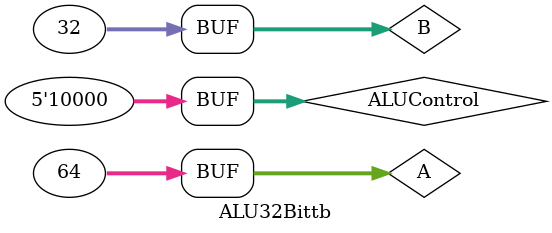
<source format=v>
`timescale 1ns / 1ps


module ALU32Bittb();

reg [4:0] ALUControl; // control bits for ALU operation
                                // you need to adjust the bitwidth as needed
reg [31:0] A, B;	    // inputs

wire [31:0] AR;	// answer (ALUResult)
wire Zero;	


ALU32Bit a(ALUControl, A, B, AR, Zero);

initial begin

#100

ALUControl = 0;
A = 15;
B = 15;

#100

ALUControl = 0;
A = 65;
B = 33;

#100

ALUControl = 1;
A = 64;
B = 32;

#100

ALUControl = 2;
A = 64;
B = 32;

#100

ALUControl = 3;
A = 6;
B = 10;

#100

ALUControl = 4;
A = 1;
B = 0;

#100

ALUControl = 5;
A = 1;
B = 0;

#100

ALUControl = 6;
A = 1;
B = 1;

#100

ALUControl = 7;
A = 64;
B = 2;

#100

ALUControl = 8;
A = 64;
B = 1;

#100

ALUControl = 9;
A = 64;
B = 65;

#100

ALUControl = 10;
A = 0;
B = 65;

#100

ALUControl = 11;
A = 0;
B = 32;

#100

ALUControl = 12;
A = 0;
B = 32;

#100

ALUControl = 13;
A = 0;
B = 32;

#100

ALUControl = 14;
A = 64;
B = 65;

#100

ALUControl = 15;
A = 64;
B = 64;

#100

ALUControl = 16;
A = 64;
B = 32;



end


endmodule

</source>
